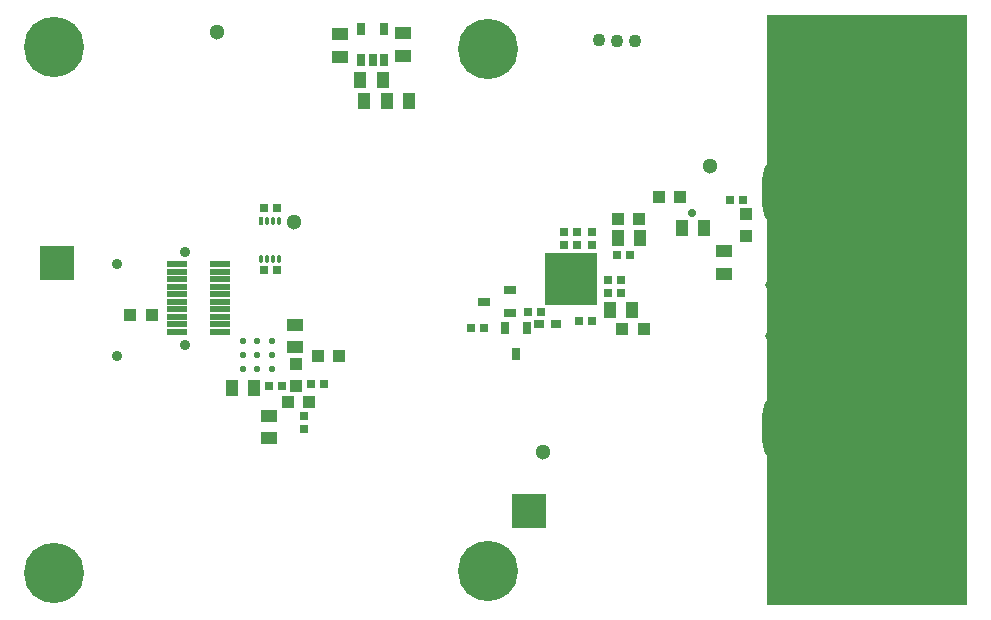
<source format=gbs>
G04*
G04 #@! TF.GenerationSoftware,Altium Limited,Altium Designer,18.1.7 (191)*
G04*
G04 Layer_Color=16711935*
%FSLAX44Y44*%
%MOMM*%
G71*
G01*
G75*
%ADD72R,3.0000X3.0000*%
%ADD76R,0.7000X0.7000*%
%ADD86R,1.1000X1.0000*%
%ADD87R,0.7000X0.7000*%
%ADD93R,0.8000X1.1000*%
%ADD94R,0.8000X1.1000*%
%ADD96R,1.1000X1.4000*%
%ADD101C,1.1000*%
%ADD102R,1.4000X1.1000*%
%ADD105R,1.0000X1.1000*%
%ADD122R,1.7000X0.5000*%
%ADD123R,1.7000X0.5000*%
%ADD124C,0.7000*%
%ADD125C,3.5000*%
%ADD126C,0.9000*%
%ADD127C,1.3000*%
%ADD128C,0.8000*%
%ADD129C,5.1000*%
%ADD131C,0.4500*%
%ADD132C,0.5500*%
%ADD172R,17.0500X50.0000*%
%ADD173R,4.3902X4.3902*%
%ADD174R,1.0000X0.7500*%
%ADD175R,0.3500X0.8000*%
%ADD176O,0.3500X0.8000*%
%ADD177R,0.8500X0.6500*%
%ADD178R,0.7500X1.0000*%
%ADD179O,4.6000X6.6000*%
D72*
X710000Y470000D02*
D03*
X430000Y80000D02*
D03*
X30000Y290000D02*
D03*
D76*
X483000Y305000D02*
D03*
Y316000D02*
D03*
X459500D02*
D03*
Y305000D02*
D03*
X470500Y316000D02*
D03*
Y305000D02*
D03*
X239000Y160000D02*
D03*
Y149000D02*
D03*
D86*
X613500Y331000D02*
D03*
Y313000D02*
D03*
X233000Y186000D02*
D03*
Y204000D02*
D03*
D87*
X216500Y336000D02*
D03*
X205500D02*
D03*
X216500Y284000D02*
D03*
X205500D02*
D03*
X600000Y343500D02*
D03*
X611000D02*
D03*
X392000Y234392D02*
D03*
X381000D02*
D03*
X483000Y241000D02*
D03*
X472000D02*
D03*
X508000Y264000D02*
D03*
X497000D02*
D03*
X428973Y247900D02*
D03*
X439973D02*
D03*
X504500Y296500D02*
D03*
X515500D02*
D03*
X507999Y275000D02*
D03*
X496999D02*
D03*
X209500Y186000D02*
D03*
X220500D02*
D03*
X245000Y187500D02*
D03*
X256000D02*
D03*
D93*
X288000Y487583D02*
D03*
X307000D02*
D03*
X288000Y461583D02*
D03*
X297500D02*
D03*
D94*
X307000D02*
D03*
D96*
X290500Y427000D02*
D03*
X309500D02*
D03*
X328500D02*
D03*
X309500D02*
D03*
X524000Y310500D02*
D03*
X505000D02*
D03*
X559250Y319115D02*
D03*
X578250D02*
D03*
X498500Y250054D02*
D03*
X517500D02*
D03*
X287000Y444853D02*
D03*
X306000D02*
D03*
X197250Y183500D02*
D03*
X178250D02*
D03*
D101*
X489067Y478500D02*
D03*
X504250Y478000D02*
D03*
X519750D02*
D03*
X708500Y376500D02*
D03*
D102*
X270000Y483583D02*
D03*
Y464583D02*
D03*
X323500Y484083D02*
D03*
Y465083D02*
D03*
X595000Y280500D02*
D03*
Y299500D02*
D03*
X232000Y218500D02*
D03*
Y237500D02*
D03*
X210000Y160500D02*
D03*
Y141500D02*
D03*
D105*
X509000Y234054D02*
D03*
X527000D02*
D03*
X92500Y246000D02*
D03*
X110500D02*
D03*
X244000Y172000D02*
D03*
X226000D02*
D03*
X523000Y327000D02*
D03*
X505000D02*
D03*
X558000Y346000D02*
D03*
X540000D02*
D03*
X269000Y211000D02*
D03*
X251000D02*
D03*
D122*
X132000Y231425D02*
D03*
X168000D02*
D03*
Y237775D02*
D03*
X132000D02*
D03*
X168000Y244125D02*
D03*
X132000D02*
D03*
X168000Y250475D02*
D03*
X132000D02*
D03*
X168000Y256825D02*
D03*
X132000D02*
D03*
D123*
X168000Y263175D02*
D03*
X132000D02*
D03*
X168000Y269525D02*
D03*
X132000D02*
D03*
X168000Y275875D02*
D03*
X132000D02*
D03*
X168000Y282225D02*
D03*
X132000D02*
D03*
X168000Y288575D02*
D03*
X132000D02*
D03*
D124*
X567500Y332500D02*
D03*
X732500Y167500D02*
D03*
D125*
X772500Y160000D02*
D03*
Y340000D02*
D03*
D126*
X139000Y299250D02*
D03*
Y220750D02*
D03*
X81000Y289250D02*
D03*
Y210750D02*
D03*
D127*
X670500Y481000D02*
D03*
X583000Y372000D02*
D03*
X441500Y129500D02*
D03*
X231000Y324500D02*
D03*
X166000Y485000D02*
D03*
X733000Y482000D02*
D03*
X671000Y9500D02*
D03*
X649022Y249336D02*
D03*
D128*
X664022Y227936D02*
D03*
Y270736D02*
D03*
X634022Y227936D02*
D03*
Y270736D02*
D03*
D129*
X772500Y27000D02*
D03*
X27500D02*
D03*
X395500Y471000D02*
D03*
X772500Y473000D02*
D03*
X27500D02*
D03*
X395500Y29000D02*
D03*
D131*
X465500Y276000D02*
D03*
X448500Y259000D02*
D03*
Y293000D02*
D03*
X482500D02*
D03*
Y259000D02*
D03*
Y276000D02*
D03*
X448500D02*
D03*
X465500Y293000D02*
D03*
Y259000D02*
D03*
D132*
X188000Y224000D02*
D03*
Y212000D02*
D03*
Y200000D02*
D03*
X200000D02*
D03*
X212000D02*
D03*
Y212000D02*
D03*
Y224000D02*
D03*
X200000D02*
D03*
Y212000D02*
D03*
D172*
X715750Y250000D02*
D03*
D173*
X465500Y276000D02*
D03*
D174*
X414000Y266500D02*
D03*
Y247500D02*
D03*
X392000Y257000D02*
D03*
D175*
X203250Y325500D02*
D03*
D176*
X208250D02*
D03*
X213250D02*
D03*
X218250D02*
D03*
X203250Y293500D02*
D03*
X208250D02*
D03*
X213250D02*
D03*
X218250D02*
D03*
D177*
X438500Y238500D02*
D03*
X452500D02*
D03*
D178*
X409500Y234500D02*
D03*
X428500D02*
D03*
X419000Y212500D02*
D03*
D179*
X650000Y150000D02*
D03*
Y350000D02*
D03*
M02*

</source>
